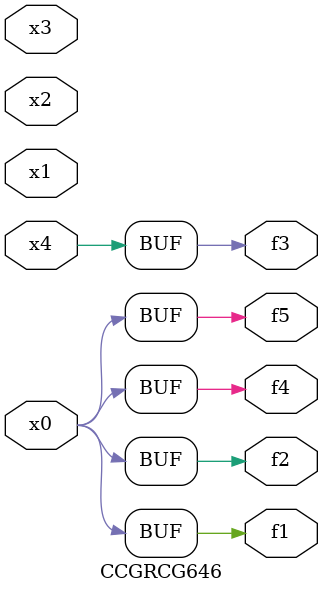
<source format=v>
module CCGRCG646(
	input x0, x1, x2, x3, x4,
	output f1, f2, f3, f4, f5
);
	assign f1 = x0;
	assign f2 = x0;
	assign f3 = x4;
	assign f4 = x0;
	assign f5 = x0;
endmodule

</source>
